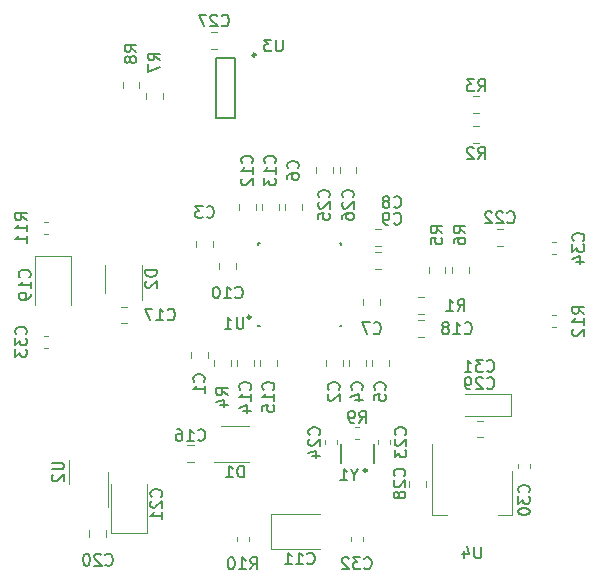
<source format=gbr>
G04 #@! TF.GenerationSoftware,KiCad,Pcbnew,(5.1.4-0-10_14)*
G04 #@! TF.CreationDate,2020-12-07T20:11:59-03:00*
G04 #@! TF.ProjectId,hub_usb_sd,6875625f-7573-4625-9f73-642e6b696361,1.0*
G04 #@! TF.SameCoordinates,Original*
G04 #@! TF.FileFunction,Legend,Bot*
G04 #@! TF.FilePolarity,Positive*
%FSLAX46Y46*%
G04 Gerber Fmt 4.6, Leading zero omitted, Abs format (unit mm)*
G04 Created by KiCad (PCBNEW (5.1.4-0-10_14)) date 2020-12-07 20:11:59*
%MOMM*%
%LPD*%
G04 APERTURE LIST*
%ADD10C,0.150000*%
%ADD11C,0.250000*%
%ADD12C,0.120000*%
%ADD13C,0.249999*%
G04 APERTURE END LIST*
D10*
X141500000Y-91500000D02*
X141600000Y-91500000D01*
X141500000Y-91500000D02*
X141500000Y-91600000D01*
X148500000Y-91500000D02*
X148500000Y-91600000D01*
X148500000Y-91500000D02*
X148400000Y-91500000D01*
X141500000Y-98500000D02*
X141600000Y-98500000D01*
X141500000Y-98500000D02*
X141500000Y-98400000D01*
X148500000Y-98500000D02*
X148500000Y-98400000D01*
X148500000Y-98500000D02*
X148400000Y-98500000D01*
D11*
X140835000Y-97750000D02*
G75*
G03X140835000Y-97750000I-125000J0D01*
G01*
D12*
X129049500Y-116049000D02*
X129049500Y-111839000D01*
X132069500Y-116049000D02*
X129049500Y-116049000D01*
X132069500Y-111839000D02*
X132069500Y-116049000D01*
X128730000Y-110834000D02*
X128730000Y-113834000D01*
X125490000Y-109834000D02*
X125490000Y-111834000D01*
X163016000Y-114526000D02*
X161756000Y-114526000D01*
X156196000Y-114526000D02*
X157456000Y-114526000D01*
X163016000Y-110766000D02*
X163016000Y-114526000D01*
X156196000Y-108516000D02*
X156196000Y-114526000D01*
X133418000Y-78731422D02*
X133418000Y-79248578D01*
X131998000Y-78731422D02*
X131998000Y-79248578D01*
D13*
X141258001Y-75549999D02*
G75*
G03X141258001Y-75549999I-125001J0D01*
G01*
D10*
X139483001Y-80905000D02*
X137882999Y-80905000D01*
X139483001Y-75805000D02*
X137882999Y-75805000D01*
X137882999Y-80905000D02*
X137882999Y-75805000D01*
X139483001Y-80905000D02*
X139483001Y-75805000D01*
D12*
X138192000Y-93165422D02*
X138192000Y-93682578D01*
X139612000Y-93165422D02*
X139612000Y-93682578D01*
X136239430Y-91807578D02*
X136239430Y-91290422D01*
X137659430Y-91807578D02*
X137659430Y-91290422D01*
X159683922Y-79010000D02*
X160201078Y-79010000D01*
X159683922Y-80430000D02*
X160201078Y-80430000D01*
X155543078Y-96066000D02*
X155025922Y-96066000D01*
X155543078Y-97486000D02*
X155025922Y-97486000D01*
X139148000Y-101861578D02*
X139148000Y-101344422D01*
X137728000Y-101861578D02*
X137728000Y-101344422D01*
X151641000Y-108513279D02*
X151641000Y-108187721D01*
X152661000Y-108513279D02*
X152661000Y-108187721D01*
X135775000Y-101194078D02*
X135775000Y-100676922D01*
X137195000Y-101194078D02*
X137195000Y-100676922D01*
X147222000Y-101861578D02*
X147222000Y-101344422D01*
X148642000Y-101861578D02*
X148642000Y-101344422D01*
X149175000Y-101861578D02*
X149175000Y-101344422D01*
X150595000Y-101861578D02*
X150595000Y-101344422D01*
X152548000Y-101861578D02*
X152548000Y-101344422D01*
X151128000Y-101861578D02*
X151128000Y-101344422D01*
X143764500Y-88138922D02*
X143764500Y-88656078D01*
X145184500Y-88138922D02*
X145184500Y-88656078D01*
X151808000Y-96225922D02*
X151808000Y-96743078D01*
X150388000Y-96225922D02*
X150388000Y-96743078D01*
X151861078Y-91709000D02*
X151343922Y-91709000D01*
X151861078Y-90289000D02*
X151343922Y-90289000D01*
X151861078Y-92240000D02*
X151343922Y-92240000D01*
X151861078Y-93660000D02*
X151343922Y-93660000D01*
X146750000Y-117395000D02*
X142540000Y-117395000D01*
X142540000Y-117395000D02*
X142540000Y-114375000D01*
X142540000Y-114375000D02*
X146750000Y-114375000D01*
X141284000Y-88138922D02*
X141284000Y-88656078D01*
X139864000Y-88138922D02*
X139864000Y-88656078D01*
X141814500Y-88138922D02*
X141814500Y-88656078D01*
X143234500Y-88138922D02*
X143234500Y-88656078D01*
X141105000Y-101861578D02*
X141105000Y-101344422D01*
X139685000Y-101861578D02*
X139685000Y-101344422D01*
X141643000Y-101861578D02*
X141643000Y-101344422D01*
X143063000Y-101861578D02*
X143063000Y-101344422D01*
X135492422Y-108579000D02*
X136009578Y-108579000D01*
X135492422Y-109999000D02*
X136009578Y-109999000D01*
X129831422Y-98279000D02*
X130348578Y-98279000D01*
X129831422Y-96859000D02*
X130348578Y-96859000D01*
X155543078Y-98026000D02*
X155025922Y-98026000D01*
X155543078Y-99446000D02*
X155025922Y-99446000D01*
X125625000Y-92540000D02*
X125625000Y-96750000D01*
X122605000Y-92540000D02*
X125625000Y-92540000D01*
X122605000Y-96750000D02*
X122605000Y-92540000D01*
X128620000Y-116322578D02*
X128620000Y-115805422D01*
X127200000Y-116322578D02*
X127200000Y-115805422D01*
X162206078Y-91710000D02*
X161688922Y-91710000D01*
X162206078Y-90290000D02*
X161688922Y-90290000D01*
X148130000Y-108513279D02*
X148130000Y-108187721D01*
X147110000Y-108513279D02*
X147110000Y-108187721D01*
X146365785Y-84995922D02*
X146365785Y-85513078D01*
X147785785Y-84995922D02*
X147785785Y-85513078D01*
X149805142Y-84995922D02*
X149805142Y-85513078D01*
X148385142Y-84995922D02*
X148385142Y-85513078D01*
X138004078Y-73618000D02*
X137486922Y-73618000D01*
X138004078Y-75038000D02*
X137486922Y-75038000D01*
X154293000Y-112097578D02*
X154293000Y-111580422D01*
X155713000Y-112097578D02*
X155713000Y-111580422D01*
X159972422Y-106500000D02*
X160489578Y-106500000D01*
X159972422Y-107920000D02*
X160489578Y-107920000D01*
X162917000Y-106145000D02*
X159007000Y-106145000D01*
X162917000Y-104275000D02*
X162917000Y-106145000D01*
X159007000Y-104275000D02*
X162917000Y-104275000D01*
X159683922Y-81550000D02*
X160201078Y-81550000D01*
X159683922Y-82970000D02*
X160201078Y-82970000D01*
X157343000Y-93491422D02*
X157343000Y-94008578D01*
X155923000Y-93491422D02*
X155923000Y-94008578D01*
X159296000Y-94008578D02*
X159296000Y-93491422D01*
X157876000Y-94008578D02*
X157876000Y-93491422D01*
X130014000Y-77841422D02*
X130014000Y-78358578D01*
X131434000Y-77841422D02*
X131434000Y-78358578D01*
D10*
X151306000Y-108526000D02*
X151306000Y-110126000D01*
X148456000Y-108526000D02*
X148456000Y-110126000D01*
D11*
X150681000Y-110726000D02*
G75*
G03X150681000Y-110726000I-125000J0D01*
G01*
D12*
X164494000Y-110550279D02*
X164494000Y-110224721D01*
X163474000Y-110550279D02*
X163474000Y-110224721D01*
X149718221Y-108073000D02*
X150043779Y-108073000D01*
X149718221Y-107053000D02*
X150043779Y-107053000D01*
X140732000Y-110039000D02*
X137782000Y-110039000D01*
X138332000Y-106939000D02*
X140732000Y-106939000D01*
X131640000Y-93316000D02*
X131640000Y-96266000D01*
X128540000Y-95716000D02*
X128540000Y-93316000D01*
X166670279Y-91396000D02*
X166344721Y-91396000D01*
X166670279Y-92416000D02*
X166344721Y-92416000D01*
X123329721Y-100335000D02*
X123655279Y-100335000D01*
X123329721Y-99315000D02*
X123655279Y-99315000D01*
X149314000Y-116670279D02*
X149314000Y-116344721D01*
X150334000Y-116670279D02*
X150334000Y-116344721D01*
X140685000Y-116670279D02*
X140685000Y-116344721D01*
X139665000Y-116670279D02*
X139665000Y-116344721D01*
X123329721Y-89665000D02*
X123655279Y-89665000D01*
X123329721Y-90685000D02*
X123655279Y-90685000D01*
X166670279Y-97585000D02*
X166344721Y-97585000D01*
X166670279Y-98605000D02*
X166344721Y-98605000D01*
D10*
X140222404Y-97740380D02*
X140222404Y-98549904D01*
X140174785Y-98645142D01*
X140127166Y-98692761D01*
X140031928Y-98740380D01*
X139841452Y-98740380D01*
X139746214Y-98692761D01*
X139698595Y-98645142D01*
X139650976Y-98549904D01*
X139650976Y-97740380D01*
X138650976Y-98740380D02*
X139222404Y-98740380D01*
X138936690Y-98740380D02*
X138936690Y-97740380D01*
X139031928Y-97883238D01*
X139127166Y-97978476D01*
X139222404Y-98026095D01*
X133266642Y-112946142D02*
X133314261Y-112898523D01*
X133361880Y-112755666D01*
X133361880Y-112660428D01*
X133314261Y-112517571D01*
X133219023Y-112422333D01*
X133123785Y-112374714D01*
X132933309Y-112327095D01*
X132790452Y-112327095D01*
X132599976Y-112374714D01*
X132504738Y-112422333D01*
X132409500Y-112517571D01*
X132361880Y-112660428D01*
X132361880Y-112755666D01*
X132409500Y-112898523D01*
X132457119Y-112946142D01*
X132457119Y-113327095D02*
X132409500Y-113374714D01*
X132361880Y-113469952D01*
X132361880Y-113708047D01*
X132409500Y-113803285D01*
X132457119Y-113850904D01*
X132552357Y-113898523D01*
X132647595Y-113898523D01*
X132790452Y-113850904D01*
X133361880Y-113279476D01*
X133361880Y-113898523D01*
X133361880Y-114850904D02*
X133361880Y-114279476D01*
X133361880Y-114565190D02*
X132361880Y-114565190D01*
X132504738Y-114469952D01*
X132599976Y-114374714D01*
X132647595Y-114279476D01*
X124018380Y-110072095D02*
X124827904Y-110072095D01*
X124923142Y-110119714D01*
X124970761Y-110167333D01*
X125018380Y-110262571D01*
X125018380Y-110453047D01*
X124970761Y-110548285D01*
X124923142Y-110595904D01*
X124827904Y-110643523D01*
X124018380Y-110643523D01*
X124113619Y-111072095D02*
X124066000Y-111119714D01*
X124018380Y-111214952D01*
X124018380Y-111453047D01*
X124066000Y-111548285D01*
X124113619Y-111595904D01*
X124208857Y-111643523D01*
X124304095Y-111643523D01*
X124446952Y-111595904D01*
X125018380Y-111024476D01*
X125018380Y-111643523D01*
X160367904Y-117175380D02*
X160367904Y-117984904D01*
X160320285Y-118080142D01*
X160272666Y-118127761D01*
X160177428Y-118175380D01*
X159986952Y-118175380D01*
X159891714Y-118127761D01*
X159844095Y-118080142D01*
X159796476Y-117984904D01*
X159796476Y-117175380D01*
X158891714Y-117508714D02*
X158891714Y-118175380D01*
X159129809Y-117127761D02*
X159367904Y-117842047D01*
X158748857Y-117842047D01*
X133163380Y-76014333D02*
X132687190Y-75681000D01*
X133163380Y-75442904D02*
X132163380Y-75442904D01*
X132163380Y-75823857D01*
X132211000Y-75919095D01*
X132258619Y-75966714D01*
X132353857Y-76014333D01*
X132496714Y-76014333D01*
X132591952Y-75966714D01*
X132639571Y-75919095D01*
X132687190Y-75823857D01*
X132687190Y-75442904D01*
X132163380Y-76347666D02*
X132163380Y-77014333D01*
X133163380Y-76585761D01*
X143547403Y-74257381D02*
X143547403Y-75066905D01*
X143499784Y-75162143D01*
X143452165Y-75209762D01*
X143356927Y-75257381D01*
X143166451Y-75257381D01*
X143071213Y-75209762D01*
X143023594Y-75162143D01*
X142975975Y-75066905D01*
X142975975Y-74257381D01*
X142595022Y-74257381D02*
X141975975Y-74257381D01*
X142309308Y-74638334D01*
X142166451Y-74638334D01*
X142071213Y-74685953D01*
X142023594Y-74733572D01*
X141975975Y-74828810D01*
X141975975Y-75066905D01*
X142023594Y-75162143D01*
X142071213Y-75209762D01*
X142166451Y-75257381D01*
X142452165Y-75257381D01*
X142547403Y-75209762D01*
X142595022Y-75162143D01*
X139548857Y-96061142D02*
X139596476Y-96108761D01*
X139739333Y-96156380D01*
X139834571Y-96156380D01*
X139977428Y-96108761D01*
X140072666Y-96013523D01*
X140120285Y-95918285D01*
X140167904Y-95727809D01*
X140167904Y-95584952D01*
X140120285Y-95394476D01*
X140072666Y-95299238D01*
X139977428Y-95204000D01*
X139834571Y-95156380D01*
X139739333Y-95156380D01*
X139596476Y-95204000D01*
X139548857Y-95251619D01*
X138596476Y-96156380D02*
X139167904Y-96156380D01*
X138882190Y-96156380D02*
X138882190Y-95156380D01*
X138977428Y-95299238D01*
X139072666Y-95394476D01*
X139167904Y-95442095D01*
X137977428Y-95156380D02*
X137882190Y-95156380D01*
X137786952Y-95204000D01*
X137739333Y-95251619D01*
X137691714Y-95346857D01*
X137644095Y-95537333D01*
X137644095Y-95775428D01*
X137691714Y-95965904D01*
X137739333Y-96061142D01*
X137786952Y-96108761D01*
X137882190Y-96156380D01*
X137977428Y-96156380D01*
X138072666Y-96108761D01*
X138120285Y-96061142D01*
X138167904Y-95965904D01*
X138215523Y-95775428D01*
X138215523Y-95537333D01*
X138167904Y-95346857D01*
X138120285Y-95251619D01*
X138072666Y-95204000D01*
X137977428Y-95156380D01*
X137122666Y-89249142D02*
X137170285Y-89296761D01*
X137313142Y-89344380D01*
X137408380Y-89344380D01*
X137551238Y-89296761D01*
X137646476Y-89201523D01*
X137694095Y-89106285D01*
X137741714Y-88915809D01*
X137741714Y-88772952D01*
X137694095Y-88582476D01*
X137646476Y-88487238D01*
X137551238Y-88392000D01*
X137408380Y-88344380D01*
X137313142Y-88344380D01*
X137170285Y-88392000D01*
X137122666Y-88439619D01*
X136789333Y-88344380D02*
X136170285Y-88344380D01*
X136503619Y-88725333D01*
X136360761Y-88725333D01*
X136265523Y-88772952D01*
X136217904Y-88820571D01*
X136170285Y-88915809D01*
X136170285Y-89153904D01*
X136217904Y-89249142D01*
X136265523Y-89296761D01*
X136360761Y-89344380D01*
X136646476Y-89344380D01*
X136741714Y-89296761D01*
X136789333Y-89249142D01*
X160109166Y-78627380D02*
X160442500Y-78151190D01*
X160680595Y-78627380D02*
X160680595Y-77627380D01*
X160299642Y-77627380D01*
X160204404Y-77675000D01*
X160156785Y-77722619D01*
X160109166Y-77817857D01*
X160109166Y-77960714D01*
X160156785Y-78055952D01*
X160204404Y-78103571D01*
X160299642Y-78151190D01*
X160680595Y-78151190D01*
X159775833Y-77627380D02*
X159156785Y-77627380D01*
X159490119Y-78008333D01*
X159347261Y-78008333D01*
X159252023Y-78055952D01*
X159204404Y-78103571D01*
X159156785Y-78198809D01*
X159156785Y-78436904D01*
X159204404Y-78532142D01*
X159252023Y-78579761D01*
X159347261Y-78627380D01*
X159632976Y-78627380D01*
X159728214Y-78579761D01*
X159775833Y-78532142D01*
X158363666Y-97232380D02*
X158697000Y-96756190D01*
X158935095Y-97232380D02*
X158935095Y-96232380D01*
X158554142Y-96232380D01*
X158458904Y-96280000D01*
X158411285Y-96327619D01*
X158363666Y-96422857D01*
X158363666Y-96565714D01*
X158411285Y-96660952D01*
X158458904Y-96708571D01*
X158554142Y-96756190D01*
X158935095Y-96756190D01*
X157411285Y-97232380D02*
X157982714Y-97232380D01*
X157697000Y-97232380D02*
X157697000Y-96232380D01*
X157792238Y-96375238D01*
X157887476Y-96470476D01*
X157982714Y-96518095D01*
X138935380Y-104351333D02*
X138459190Y-104018000D01*
X138935380Y-103779904D02*
X137935380Y-103779904D01*
X137935380Y-104160857D01*
X137983000Y-104256095D01*
X138030619Y-104303714D01*
X138125857Y-104351333D01*
X138268714Y-104351333D01*
X138363952Y-104303714D01*
X138411571Y-104256095D01*
X138459190Y-104160857D01*
X138459190Y-103779904D01*
X138268714Y-105208476D02*
X138935380Y-105208476D01*
X137887761Y-104970380D02*
X138602047Y-104732285D01*
X138602047Y-105351333D01*
X153938142Y-107707642D02*
X153985761Y-107660023D01*
X154033380Y-107517166D01*
X154033380Y-107421928D01*
X153985761Y-107279071D01*
X153890523Y-107183833D01*
X153795285Y-107136214D01*
X153604809Y-107088595D01*
X153461952Y-107088595D01*
X153271476Y-107136214D01*
X153176238Y-107183833D01*
X153081000Y-107279071D01*
X153033380Y-107421928D01*
X153033380Y-107517166D01*
X153081000Y-107660023D01*
X153128619Y-107707642D01*
X153128619Y-108088595D02*
X153081000Y-108136214D01*
X153033380Y-108231452D01*
X153033380Y-108469547D01*
X153081000Y-108564785D01*
X153128619Y-108612404D01*
X153223857Y-108660023D01*
X153319095Y-108660023D01*
X153461952Y-108612404D01*
X154033380Y-108040976D01*
X154033380Y-108660023D01*
X153033380Y-108993357D02*
X153033380Y-109612404D01*
X153414333Y-109279071D01*
X153414333Y-109421928D01*
X153461952Y-109517166D01*
X153509571Y-109564785D01*
X153604809Y-109612404D01*
X153842904Y-109612404D01*
X153938142Y-109564785D01*
X153985761Y-109517166D01*
X154033380Y-109421928D01*
X154033380Y-109136214D01*
X153985761Y-109040976D01*
X153938142Y-108993357D01*
X136884142Y-103207333D02*
X136931761Y-103159714D01*
X136979380Y-103016857D01*
X136979380Y-102921619D01*
X136931761Y-102778761D01*
X136836523Y-102683523D01*
X136741285Y-102635904D01*
X136550809Y-102588285D01*
X136407952Y-102588285D01*
X136217476Y-102635904D01*
X136122238Y-102683523D01*
X136027000Y-102778761D01*
X135979380Y-102921619D01*
X135979380Y-103016857D01*
X136027000Y-103159714D01*
X136074619Y-103207333D01*
X136979380Y-104159714D02*
X136979380Y-103588285D01*
X136979380Y-103874000D02*
X135979380Y-103874000D01*
X136122238Y-103778761D01*
X136217476Y-103683523D01*
X136265095Y-103588285D01*
X148291142Y-103885333D02*
X148338761Y-103837714D01*
X148386380Y-103694857D01*
X148386380Y-103599619D01*
X148338761Y-103456761D01*
X148243523Y-103361523D01*
X148148285Y-103313904D01*
X147957809Y-103266285D01*
X147814952Y-103266285D01*
X147624476Y-103313904D01*
X147529238Y-103361523D01*
X147434000Y-103456761D01*
X147386380Y-103599619D01*
X147386380Y-103694857D01*
X147434000Y-103837714D01*
X147481619Y-103885333D01*
X147481619Y-104266285D02*
X147434000Y-104313904D01*
X147386380Y-104409142D01*
X147386380Y-104647238D01*
X147434000Y-104742476D01*
X147481619Y-104790095D01*
X147576857Y-104837714D01*
X147672095Y-104837714D01*
X147814952Y-104790095D01*
X148386380Y-104218666D01*
X148386380Y-104837714D01*
X150244142Y-103885333D02*
X150291761Y-103837714D01*
X150339380Y-103694857D01*
X150339380Y-103599619D01*
X150291761Y-103456761D01*
X150196523Y-103361523D01*
X150101285Y-103313904D01*
X149910809Y-103266285D01*
X149767952Y-103266285D01*
X149577476Y-103313904D01*
X149482238Y-103361523D01*
X149387000Y-103456761D01*
X149339380Y-103599619D01*
X149339380Y-103694857D01*
X149387000Y-103837714D01*
X149434619Y-103885333D01*
X149672714Y-104742476D02*
X150339380Y-104742476D01*
X149291761Y-104504380D02*
X150006047Y-104266285D01*
X150006047Y-104885333D01*
X152197142Y-103885333D02*
X152244761Y-103837714D01*
X152292380Y-103694857D01*
X152292380Y-103599619D01*
X152244761Y-103456761D01*
X152149523Y-103361523D01*
X152054285Y-103313904D01*
X151863809Y-103266285D01*
X151720952Y-103266285D01*
X151530476Y-103313904D01*
X151435238Y-103361523D01*
X151340000Y-103456761D01*
X151292380Y-103599619D01*
X151292380Y-103694857D01*
X151340000Y-103837714D01*
X151387619Y-103885333D01*
X151292380Y-104790095D02*
X151292380Y-104313904D01*
X151768571Y-104266285D01*
X151720952Y-104313904D01*
X151673333Y-104409142D01*
X151673333Y-104647238D01*
X151720952Y-104742476D01*
X151768571Y-104790095D01*
X151863809Y-104837714D01*
X152101904Y-104837714D01*
X152197142Y-104790095D01*
X152244761Y-104742476D01*
X152292380Y-104647238D01*
X152292380Y-104409142D01*
X152244761Y-104313904D01*
X152197142Y-104266285D01*
X144842642Y-85162833D02*
X144890261Y-85115214D01*
X144937880Y-84972357D01*
X144937880Y-84877119D01*
X144890261Y-84734261D01*
X144795023Y-84639023D01*
X144699785Y-84591404D01*
X144509309Y-84543785D01*
X144366452Y-84543785D01*
X144175976Y-84591404D01*
X144080738Y-84639023D01*
X143985500Y-84734261D01*
X143937880Y-84877119D01*
X143937880Y-84972357D01*
X143985500Y-85115214D01*
X144033119Y-85162833D01*
X143937880Y-86019976D02*
X143937880Y-85829500D01*
X143985500Y-85734261D01*
X144033119Y-85686642D01*
X144175976Y-85591404D01*
X144366452Y-85543785D01*
X144747404Y-85543785D01*
X144842642Y-85591404D01*
X144890261Y-85639023D01*
X144937880Y-85734261D01*
X144937880Y-85924738D01*
X144890261Y-86019976D01*
X144842642Y-86067595D01*
X144747404Y-86115214D01*
X144509309Y-86115214D01*
X144414071Y-86067595D01*
X144366452Y-86019976D01*
X144318833Y-85924738D01*
X144318833Y-85734261D01*
X144366452Y-85639023D01*
X144414071Y-85591404D01*
X144509309Y-85543785D01*
X151266666Y-99088142D02*
X151314285Y-99135761D01*
X151457142Y-99183380D01*
X151552380Y-99183380D01*
X151695238Y-99135761D01*
X151790476Y-99040523D01*
X151838095Y-98945285D01*
X151885714Y-98754809D01*
X151885714Y-98611952D01*
X151838095Y-98421476D01*
X151790476Y-98326238D01*
X151695238Y-98231000D01*
X151552380Y-98183380D01*
X151457142Y-98183380D01*
X151314285Y-98231000D01*
X151266666Y-98278619D01*
X150933333Y-98183380D02*
X150266666Y-98183380D01*
X150695238Y-99183380D01*
X152980666Y-88408142D02*
X153028285Y-88455761D01*
X153171142Y-88503380D01*
X153266380Y-88503380D01*
X153409238Y-88455761D01*
X153504476Y-88360523D01*
X153552095Y-88265285D01*
X153599714Y-88074809D01*
X153599714Y-87931952D01*
X153552095Y-87741476D01*
X153504476Y-87646238D01*
X153409238Y-87551000D01*
X153266380Y-87503380D01*
X153171142Y-87503380D01*
X153028285Y-87551000D01*
X152980666Y-87598619D01*
X152409238Y-87931952D02*
X152504476Y-87884333D01*
X152552095Y-87836714D01*
X152599714Y-87741476D01*
X152599714Y-87693857D01*
X152552095Y-87598619D01*
X152504476Y-87551000D01*
X152409238Y-87503380D01*
X152218761Y-87503380D01*
X152123523Y-87551000D01*
X152075904Y-87598619D01*
X152028285Y-87693857D01*
X152028285Y-87741476D01*
X152075904Y-87836714D01*
X152123523Y-87884333D01*
X152218761Y-87931952D01*
X152409238Y-87931952D01*
X152504476Y-87979571D01*
X152552095Y-88027190D01*
X152599714Y-88122428D01*
X152599714Y-88312904D01*
X152552095Y-88408142D01*
X152504476Y-88455761D01*
X152409238Y-88503380D01*
X152218761Y-88503380D01*
X152123523Y-88455761D01*
X152075904Y-88408142D01*
X152028285Y-88312904D01*
X152028285Y-88122428D01*
X152075904Y-88027190D01*
X152123523Y-87979571D01*
X152218761Y-87931952D01*
X152980666Y-89815142D02*
X153028285Y-89862761D01*
X153171142Y-89910380D01*
X153266380Y-89910380D01*
X153409238Y-89862761D01*
X153504476Y-89767523D01*
X153552095Y-89672285D01*
X153599714Y-89481809D01*
X153599714Y-89338952D01*
X153552095Y-89148476D01*
X153504476Y-89053238D01*
X153409238Y-88958000D01*
X153266380Y-88910380D01*
X153171142Y-88910380D01*
X153028285Y-88958000D01*
X152980666Y-89005619D01*
X152504476Y-89910380D02*
X152314000Y-89910380D01*
X152218761Y-89862761D01*
X152171142Y-89815142D01*
X152075904Y-89672285D01*
X152028285Y-89481809D01*
X152028285Y-89100857D01*
X152075904Y-89005619D01*
X152123523Y-88958000D01*
X152218761Y-88910380D01*
X152409238Y-88910380D01*
X152504476Y-88958000D01*
X152552095Y-89005619D01*
X152599714Y-89100857D01*
X152599714Y-89338952D01*
X152552095Y-89434190D01*
X152504476Y-89481809D01*
X152409238Y-89529428D01*
X152218761Y-89529428D01*
X152123523Y-89481809D01*
X152075904Y-89434190D01*
X152028285Y-89338952D01*
X145642857Y-118592142D02*
X145690476Y-118639761D01*
X145833333Y-118687380D01*
X145928571Y-118687380D01*
X146071428Y-118639761D01*
X146166666Y-118544523D01*
X146214285Y-118449285D01*
X146261904Y-118258809D01*
X146261904Y-118115952D01*
X146214285Y-117925476D01*
X146166666Y-117830238D01*
X146071428Y-117735000D01*
X145928571Y-117687380D01*
X145833333Y-117687380D01*
X145690476Y-117735000D01*
X145642857Y-117782619D01*
X144690476Y-118687380D02*
X145261904Y-118687380D01*
X144976190Y-118687380D02*
X144976190Y-117687380D01*
X145071428Y-117830238D01*
X145166666Y-117925476D01*
X145261904Y-117973095D01*
X143738095Y-118687380D02*
X144309523Y-118687380D01*
X144023809Y-118687380D02*
X144023809Y-117687380D01*
X144119047Y-117830238D01*
X144214285Y-117925476D01*
X144309523Y-117973095D01*
X140942142Y-84686642D02*
X140989761Y-84639023D01*
X141037380Y-84496166D01*
X141037380Y-84400928D01*
X140989761Y-84258071D01*
X140894523Y-84162833D01*
X140799285Y-84115214D01*
X140608809Y-84067595D01*
X140465952Y-84067595D01*
X140275476Y-84115214D01*
X140180238Y-84162833D01*
X140085000Y-84258071D01*
X140037380Y-84400928D01*
X140037380Y-84496166D01*
X140085000Y-84639023D01*
X140132619Y-84686642D01*
X141037380Y-85639023D02*
X141037380Y-85067595D01*
X141037380Y-85353309D02*
X140037380Y-85353309D01*
X140180238Y-85258071D01*
X140275476Y-85162833D01*
X140323095Y-85067595D01*
X140132619Y-86019976D02*
X140085000Y-86067595D01*
X140037380Y-86162833D01*
X140037380Y-86400928D01*
X140085000Y-86496166D01*
X140132619Y-86543785D01*
X140227857Y-86591404D01*
X140323095Y-86591404D01*
X140465952Y-86543785D01*
X141037380Y-85972357D01*
X141037380Y-86591404D01*
X142892642Y-84686642D02*
X142940261Y-84639023D01*
X142987880Y-84496166D01*
X142987880Y-84400928D01*
X142940261Y-84258071D01*
X142845023Y-84162833D01*
X142749785Y-84115214D01*
X142559309Y-84067595D01*
X142416452Y-84067595D01*
X142225976Y-84115214D01*
X142130738Y-84162833D01*
X142035500Y-84258071D01*
X141987880Y-84400928D01*
X141987880Y-84496166D01*
X142035500Y-84639023D01*
X142083119Y-84686642D01*
X142987880Y-85639023D02*
X142987880Y-85067595D01*
X142987880Y-85353309D02*
X141987880Y-85353309D01*
X142130738Y-85258071D01*
X142225976Y-85162833D01*
X142273595Y-85067595D01*
X141987880Y-85972357D02*
X141987880Y-86591404D01*
X142368833Y-86258071D01*
X142368833Y-86400928D01*
X142416452Y-86496166D01*
X142464071Y-86543785D01*
X142559309Y-86591404D01*
X142797404Y-86591404D01*
X142892642Y-86543785D01*
X142940261Y-86496166D01*
X142987880Y-86400928D01*
X142987880Y-86115214D01*
X142940261Y-86019976D01*
X142892642Y-85972357D01*
X140797142Y-103875142D02*
X140844761Y-103827523D01*
X140892380Y-103684666D01*
X140892380Y-103589428D01*
X140844761Y-103446571D01*
X140749523Y-103351333D01*
X140654285Y-103303714D01*
X140463809Y-103256095D01*
X140320952Y-103256095D01*
X140130476Y-103303714D01*
X140035238Y-103351333D01*
X139940000Y-103446571D01*
X139892380Y-103589428D01*
X139892380Y-103684666D01*
X139940000Y-103827523D01*
X139987619Y-103875142D01*
X140892380Y-104827523D02*
X140892380Y-104256095D01*
X140892380Y-104541809D02*
X139892380Y-104541809D01*
X140035238Y-104446571D01*
X140130476Y-104351333D01*
X140178095Y-104256095D01*
X140225714Y-105684666D02*
X140892380Y-105684666D01*
X139844761Y-105446571D02*
X140559047Y-105208476D01*
X140559047Y-105827523D01*
X142755142Y-103875142D02*
X142802761Y-103827523D01*
X142850380Y-103684666D01*
X142850380Y-103589428D01*
X142802761Y-103446571D01*
X142707523Y-103351333D01*
X142612285Y-103303714D01*
X142421809Y-103256095D01*
X142278952Y-103256095D01*
X142088476Y-103303714D01*
X141993238Y-103351333D01*
X141898000Y-103446571D01*
X141850380Y-103589428D01*
X141850380Y-103684666D01*
X141898000Y-103827523D01*
X141945619Y-103875142D01*
X142850380Y-104827523D02*
X142850380Y-104256095D01*
X142850380Y-104541809D02*
X141850380Y-104541809D01*
X141993238Y-104446571D01*
X142088476Y-104351333D01*
X142136095Y-104256095D01*
X141850380Y-105732285D02*
X141850380Y-105256095D01*
X142326571Y-105208476D01*
X142278952Y-105256095D01*
X142231333Y-105351333D01*
X142231333Y-105589428D01*
X142278952Y-105684666D01*
X142326571Y-105732285D01*
X142421809Y-105779904D01*
X142659904Y-105779904D01*
X142755142Y-105732285D01*
X142802761Y-105684666D01*
X142850380Y-105589428D01*
X142850380Y-105351333D01*
X142802761Y-105256095D01*
X142755142Y-105208476D01*
X136393857Y-108143142D02*
X136441476Y-108190761D01*
X136584333Y-108238380D01*
X136679571Y-108238380D01*
X136822428Y-108190761D01*
X136917666Y-108095523D01*
X136965285Y-108000285D01*
X137012904Y-107809809D01*
X137012904Y-107666952D01*
X136965285Y-107476476D01*
X136917666Y-107381238D01*
X136822428Y-107286000D01*
X136679571Y-107238380D01*
X136584333Y-107238380D01*
X136441476Y-107286000D01*
X136393857Y-107333619D01*
X135441476Y-108238380D02*
X136012904Y-108238380D01*
X135727190Y-108238380D02*
X135727190Y-107238380D01*
X135822428Y-107381238D01*
X135917666Y-107476476D01*
X136012904Y-107524095D01*
X134584333Y-107238380D02*
X134774809Y-107238380D01*
X134870047Y-107286000D01*
X134917666Y-107333619D01*
X135012904Y-107476476D01*
X135060523Y-107666952D01*
X135060523Y-108047904D01*
X135012904Y-108143142D01*
X134965285Y-108190761D01*
X134870047Y-108238380D01*
X134679571Y-108238380D01*
X134584333Y-108190761D01*
X134536714Y-108143142D01*
X134489095Y-108047904D01*
X134489095Y-107809809D01*
X134536714Y-107714571D01*
X134584333Y-107666952D01*
X134679571Y-107619333D01*
X134870047Y-107619333D01*
X134965285Y-107666952D01*
X135012904Y-107714571D01*
X135060523Y-107809809D01*
X133821857Y-97932142D02*
X133869476Y-97979761D01*
X134012333Y-98027380D01*
X134107571Y-98027380D01*
X134250428Y-97979761D01*
X134345666Y-97884523D01*
X134393285Y-97789285D01*
X134440904Y-97598809D01*
X134440904Y-97455952D01*
X134393285Y-97265476D01*
X134345666Y-97170238D01*
X134250428Y-97075000D01*
X134107571Y-97027380D01*
X134012333Y-97027380D01*
X133869476Y-97075000D01*
X133821857Y-97122619D01*
X132869476Y-98027380D02*
X133440904Y-98027380D01*
X133155190Y-98027380D02*
X133155190Y-97027380D01*
X133250428Y-97170238D01*
X133345666Y-97265476D01*
X133440904Y-97313095D01*
X132536142Y-97027380D02*
X131869476Y-97027380D01*
X132298047Y-98027380D01*
X158970857Y-99095142D02*
X159018476Y-99142761D01*
X159161333Y-99190380D01*
X159256571Y-99190380D01*
X159399428Y-99142761D01*
X159494666Y-99047523D01*
X159542285Y-98952285D01*
X159589904Y-98761809D01*
X159589904Y-98618952D01*
X159542285Y-98428476D01*
X159494666Y-98333238D01*
X159399428Y-98238000D01*
X159256571Y-98190380D01*
X159161333Y-98190380D01*
X159018476Y-98238000D01*
X158970857Y-98285619D01*
X158018476Y-99190380D02*
X158589904Y-99190380D01*
X158304190Y-99190380D02*
X158304190Y-98190380D01*
X158399428Y-98333238D01*
X158494666Y-98428476D01*
X158589904Y-98476095D01*
X157447047Y-98618952D02*
X157542285Y-98571333D01*
X157589904Y-98523714D01*
X157637523Y-98428476D01*
X157637523Y-98380857D01*
X157589904Y-98285619D01*
X157542285Y-98238000D01*
X157447047Y-98190380D01*
X157256571Y-98190380D01*
X157161333Y-98238000D01*
X157113714Y-98285619D01*
X157066095Y-98380857D01*
X157066095Y-98428476D01*
X157113714Y-98523714D01*
X157161333Y-98571333D01*
X157256571Y-98618952D01*
X157447047Y-98618952D01*
X157542285Y-98666571D01*
X157589904Y-98714190D01*
X157637523Y-98809428D01*
X157637523Y-98999904D01*
X157589904Y-99095142D01*
X157542285Y-99142761D01*
X157447047Y-99190380D01*
X157256571Y-99190380D01*
X157161333Y-99142761D01*
X157113714Y-99095142D01*
X157066095Y-98999904D01*
X157066095Y-98809428D01*
X157113714Y-98714190D01*
X157161333Y-98666571D01*
X157256571Y-98618952D01*
X122122142Y-94357142D02*
X122169761Y-94309523D01*
X122217380Y-94166666D01*
X122217380Y-94071428D01*
X122169761Y-93928571D01*
X122074523Y-93833333D01*
X121979285Y-93785714D01*
X121788809Y-93738095D01*
X121645952Y-93738095D01*
X121455476Y-93785714D01*
X121360238Y-93833333D01*
X121265000Y-93928571D01*
X121217380Y-94071428D01*
X121217380Y-94166666D01*
X121265000Y-94309523D01*
X121312619Y-94357142D01*
X122217380Y-95309523D02*
X122217380Y-94738095D01*
X122217380Y-95023809D02*
X121217380Y-95023809D01*
X121360238Y-94928571D01*
X121455476Y-94833333D01*
X121503095Y-94738095D01*
X122217380Y-95785714D02*
X122217380Y-95976190D01*
X122169761Y-96071428D01*
X122122142Y-96119047D01*
X121979285Y-96214285D01*
X121788809Y-96261904D01*
X121407857Y-96261904D01*
X121312619Y-96214285D01*
X121265000Y-96166666D01*
X121217380Y-96071428D01*
X121217380Y-95880952D01*
X121265000Y-95785714D01*
X121312619Y-95738095D01*
X121407857Y-95690476D01*
X121645952Y-95690476D01*
X121741190Y-95738095D01*
X121788809Y-95785714D01*
X121836428Y-95880952D01*
X121836428Y-96071428D01*
X121788809Y-96166666D01*
X121741190Y-96214285D01*
X121645952Y-96261904D01*
X128552857Y-118699142D02*
X128600476Y-118746761D01*
X128743333Y-118794380D01*
X128838571Y-118794380D01*
X128981428Y-118746761D01*
X129076666Y-118651523D01*
X129124285Y-118556285D01*
X129171904Y-118365809D01*
X129171904Y-118222952D01*
X129124285Y-118032476D01*
X129076666Y-117937238D01*
X128981428Y-117842000D01*
X128838571Y-117794380D01*
X128743333Y-117794380D01*
X128600476Y-117842000D01*
X128552857Y-117889619D01*
X128171904Y-117889619D02*
X128124285Y-117842000D01*
X128029047Y-117794380D01*
X127790952Y-117794380D01*
X127695714Y-117842000D01*
X127648095Y-117889619D01*
X127600476Y-117984857D01*
X127600476Y-118080095D01*
X127648095Y-118222952D01*
X128219523Y-118794380D01*
X127600476Y-118794380D01*
X126981428Y-117794380D02*
X126886190Y-117794380D01*
X126790952Y-117842000D01*
X126743333Y-117889619D01*
X126695714Y-117984857D01*
X126648095Y-118175333D01*
X126648095Y-118413428D01*
X126695714Y-118603904D01*
X126743333Y-118699142D01*
X126790952Y-118746761D01*
X126886190Y-118794380D01*
X126981428Y-118794380D01*
X127076666Y-118746761D01*
X127124285Y-118699142D01*
X127171904Y-118603904D01*
X127219523Y-118413428D01*
X127219523Y-118175333D01*
X127171904Y-117984857D01*
X127124285Y-117889619D01*
X127076666Y-117842000D01*
X126981428Y-117794380D01*
X162590357Y-89707142D02*
X162637976Y-89754761D01*
X162780833Y-89802380D01*
X162876071Y-89802380D01*
X163018928Y-89754761D01*
X163114166Y-89659523D01*
X163161785Y-89564285D01*
X163209404Y-89373809D01*
X163209404Y-89230952D01*
X163161785Y-89040476D01*
X163114166Y-88945238D01*
X163018928Y-88850000D01*
X162876071Y-88802380D01*
X162780833Y-88802380D01*
X162637976Y-88850000D01*
X162590357Y-88897619D01*
X162209404Y-88897619D02*
X162161785Y-88850000D01*
X162066547Y-88802380D01*
X161828452Y-88802380D01*
X161733214Y-88850000D01*
X161685595Y-88897619D01*
X161637976Y-88992857D01*
X161637976Y-89088095D01*
X161685595Y-89230952D01*
X162257023Y-89802380D01*
X161637976Y-89802380D01*
X161257023Y-88897619D02*
X161209404Y-88850000D01*
X161114166Y-88802380D01*
X160876071Y-88802380D01*
X160780833Y-88850000D01*
X160733214Y-88897619D01*
X160685595Y-88992857D01*
X160685595Y-89088095D01*
X160733214Y-89230952D01*
X161304642Y-89802380D01*
X160685595Y-89802380D01*
X146646142Y-107707642D02*
X146693761Y-107660023D01*
X146741380Y-107517166D01*
X146741380Y-107421928D01*
X146693761Y-107279071D01*
X146598523Y-107183833D01*
X146503285Y-107136214D01*
X146312809Y-107088595D01*
X146169952Y-107088595D01*
X145979476Y-107136214D01*
X145884238Y-107183833D01*
X145789000Y-107279071D01*
X145741380Y-107421928D01*
X145741380Y-107517166D01*
X145789000Y-107660023D01*
X145836619Y-107707642D01*
X145836619Y-108088595D02*
X145789000Y-108136214D01*
X145741380Y-108231452D01*
X145741380Y-108469547D01*
X145789000Y-108564785D01*
X145836619Y-108612404D01*
X145931857Y-108660023D01*
X146027095Y-108660023D01*
X146169952Y-108612404D01*
X146741380Y-108040976D01*
X146741380Y-108660023D01*
X146074714Y-109517166D02*
X146741380Y-109517166D01*
X145693761Y-109279071D02*
X146408047Y-109040976D01*
X146408047Y-109660023D01*
X147461927Y-87603642D02*
X147509546Y-87556023D01*
X147557165Y-87413166D01*
X147557165Y-87317928D01*
X147509546Y-87175071D01*
X147414308Y-87079833D01*
X147319070Y-87032214D01*
X147128594Y-86984595D01*
X146985737Y-86984595D01*
X146795261Y-87032214D01*
X146700023Y-87079833D01*
X146604785Y-87175071D01*
X146557165Y-87317928D01*
X146557165Y-87413166D01*
X146604785Y-87556023D01*
X146652404Y-87603642D01*
X146652404Y-87984595D02*
X146604785Y-88032214D01*
X146557165Y-88127452D01*
X146557165Y-88365547D01*
X146604785Y-88460785D01*
X146652404Y-88508404D01*
X146747642Y-88556023D01*
X146842880Y-88556023D01*
X146985737Y-88508404D01*
X147557165Y-87936976D01*
X147557165Y-88556023D01*
X146557165Y-89460785D02*
X146557165Y-88984595D01*
X147033356Y-88936976D01*
X146985737Y-88984595D01*
X146938118Y-89079833D01*
X146938118Y-89317928D01*
X146985737Y-89413166D01*
X147033356Y-89460785D01*
X147128594Y-89508404D01*
X147366689Y-89508404D01*
X147461927Y-89460785D01*
X147509546Y-89413166D01*
X147557165Y-89317928D01*
X147557165Y-89079833D01*
X147509546Y-88984595D01*
X147461927Y-88936976D01*
X149481284Y-87603642D02*
X149528903Y-87556023D01*
X149576522Y-87413166D01*
X149576522Y-87317928D01*
X149528903Y-87175071D01*
X149433665Y-87079833D01*
X149338427Y-87032214D01*
X149147951Y-86984595D01*
X149005094Y-86984595D01*
X148814618Y-87032214D01*
X148719380Y-87079833D01*
X148624142Y-87175071D01*
X148576522Y-87317928D01*
X148576522Y-87413166D01*
X148624142Y-87556023D01*
X148671761Y-87603642D01*
X148671761Y-87984595D02*
X148624142Y-88032214D01*
X148576522Y-88127452D01*
X148576522Y-88365547D01*
X148624142Y-88460785D01*
X148671761Y-88508404D01*
X148766999Y-88556023D01*
X148862237Y-88556023D01*
X149005094Y-88508404D01*
X149576522Y-87936976D01*
X149576522Y-88556023D01*
X148576522Y-89413166D02*
X148576522Y-89222690D01*
X148624142Y-89127452D01*
X148671761Y-89079833D01*
X148814618Y-88984595D01*
X149005094Y-88936976D01*
X149386046Y-88936976D01*
X149481284Y-88984595D01*
X149528903Y-89032214D01*
X149576522Y-89127452D01*
X149576522Y-89317928D01*
X149528903Y-89413166D01*
X149481284Y-89460785D01*
X149386046Y-89508404D01*
X149147951Y-89508404D01*
X149052713Y-89460785D01*
X149005094Y-89413166D01*
X148957475Y-89317928D01*
X148957475Y-89127452D01*
X149005094Y-89032214D01*
X149052713Y-88984595D01*
X149147951Y-88936976D01*
X138388357Y-73035142D02*
X138435976Y-73082761D01*
X138578833Y-73130380D01*
X138674071Y-73130380D01*
X138816928Y-73082761D01*
X138912166Y-72987523D01*
X138959785Y-72892285D01*
X139007404Y-72701809D01*
X139007404Y-72558952D01*
X138959785Y-72368476D01*
X138912166Y-72273238D01*
X138816928Y-72178000D01*
X138674071Y-72130380D01*
X138578833Y-72130380D01*
X138435976Y-72178000D01*
X138388357Y-72225619D01*
X138007404Y-72225619D02*
X137959785Y-72178000D01*
X137864547Y-72130380D01*
X137626452Y-72130380D01*
X137531214Y-72178000D01*
X137483595Y-72225619D01*
X137435976Y-72320857D01*
X137435976Y-72416095D01*
X137483595Y-72558952D01*
X138055023Y-73130380D01*
X137435976Y-73130380D01*
X137102642Y-72130380D02*
X136435976Y-72130380D01*
X136864547Y-73130380D01*
X153855142Y-111196142D02*
X153902761Y-111148523D01*
X153950380Y-111005666D01*
X153950380Y-110910428D01*
X153902761Y-110767571D01*
X153807523Y-110672333D01*
X153712285Y-110624714D01*
X153521809Y-110577095D01*
X153378952Y-110577095D01*
X153188476Y-110624714D01*
X153093238Y-110672333D01*
X152998000Y-110767571D01*
X152950380Y-110910428D01*
X152950380Y-111005666D01*
X152998000Y-111148523D01*
X153045619Y-111196142D01*
X153045619Y-111577095D02*
X152998000Y-111624714D01*
X152950380Y-111719952D01*
X152950380Y-111958047D01*
X152998000Y-112053285D01*
X153045619Y-112100904D01*
X153140857Y-112148523D01*
X153236095Y-112148523D01*
X153378952Y-112100904D01*
X153950380Y-111529476D01*
X153950380Y-112148523D01*
X153378952Y-112719952D02*
X153331333Y-112624714D01*
X153283714Y-112577095D01*
X153188476Y-112529476D01*
X153140857Y-112529476D01*
X153045619Y-112577095D01*
X152998000Y-112624714D01*
X152950380Y-112719952D01*
X152950380Y-112910428D01*
X152998000Y-113005666D01*
X153045619Y-113053285D01*
X153140857Y-113100904D01*
X153188476Y-113100904D01*
X153283714Y-113053285D01*
X153331333Y-113005666D01*
X153378952Y-112910428D01*
X153378952Y-112719952D01*
X153426571Y-112624714D01*
X153474190Y-112577095D01*
X153569428Y-112529476D01*
X153759904Y-112529476D01*
X153855142Y-112577095D01*
X153902761Y-112624714D01*
X153950380Y-112719952D01*
X153950380Y-112910428D01*
X153902761Y-113005666D01*
X153855142Y-113053285D01*
X153759904Y-113100904D01*
X153569428Y-113100904D01*
X153474190Y-113053285D01*
X153426571Y-113005666D01*
X153378952Y-112910428D01*
X160873857Y-103753142D02*
X160921476Y-103800761D01*
X161064333Y-103848380D01*
X161159571Y-103848380D01*
X161302428Y-103800761D01*
X161397666Y-103705523D01*
X161445285Y-103610285D01*
X161492904Y-103419809D01*
X161492904Y-103276952D01*
X161445285Y-103086476D01*
X161397666Y-102991238D01*
X161302428Y-102896000D01*
X161159571Y-102848380D01*
X161064333Y-102848380D01*
X160921476Y-102896000D01*
X160873857Y-102943619D01*
X160492904Y-102943619D02*
X160445285Y-102896000D01*
X160350047Y-102848380D01*
X160111952Y-102848380D01*
X160016714Y-102896000D01*
X159969095Y-102943619D01*
X159921476Y-103038857D01*
X159921476Y-103134095D01*
X159969095Y-103276952D01*
X160540523Y-103848380D01*
X159921476Y-103848380D01*
X159445285Y-103848380D02*
X159254809Y-103848380D01*
X159159571Y-103800761D01*
X159111952Y-103753142D01*
X159016714Y-103610285D01*
X158969095Y-103419809D01*
X158969095Y-103038857D01*
X159016714Y-102943619D01*
X159064333Y-102896000D01*
X159159571Y-102848380D01*
X159350047Y-102848380D01*
X159445285Y-102896000D01*
X159492904Y-102943619D01*
X159540523Y-103038857D01*
X159540523Y-103276952D01*
X159492904Y-103372190D01*
X159445285Y-103419809D01*
X159350047Y-103467428D01*
X159159571Y-103467428D01*
X159064333Y-103419809D01*
X159016714Y-103372190D01*
X158969095Y-103276952D01*
X160873857Y-102276142D02*
X160921476Y-102323761D01*
X161064333Y-102371380D01*
X161159571Y-102371380D01*
X161302428Y-102323761D01*
X161397666Y-102228523D01*
X161445285Y-102133285D01*
X161492904Y-101942809D01*
X161492904Y-101799952D01*
X161445285Y-101609476D01*
X161397666Y-101514238D01*
X161302428Y-101419000D01*
X161159571Y-101371380D01*
X161064333Y-101371380D01*
X160921476Y-101419000D01*
X160873857Y-101466619D01*
X160540523Y-101371380D02*
X159921476Y-101371380D01*
X160254809Y-101752333D01*
X160111952Y-101752333D01*
X160016714Y-101799952D01*
X159969095Y-101847571D01*
X159921476Y-101942809D01*
X159921476Y-102180904D01*
X159969095Y-102276142D01*
X160016714Y-102323761D01*
X160111952Y-102371380D01*
X160397666Y-102371380D01*
X160492904Y-102323761D01*
X160540523Y-102276142D01*
X158969095Y-102371380D02*
X159540523Y-102371380D01*
X159254809Y-102371380D02*
X159254809Y-101371380D01*
X159350047Y-101514238D01*
X159445285Y-101609476D01*
X159540523Y-101657095D01*
X160109166Y-84362380D02*
X160442500Y-83886190D01*
X160680595Y-84362380D02*
X160680595Y-83362380D01*
X160299642Y-83362380D01*
X160204404Y-83410000D01*
X160156785Y-83457619D01*
X160109166Y-83552857D01*
X160109166Y-83695714D01*
X160156785Y-83790952D01*
X160204404Y-83838571D01*
X160299642Y-83886190D01*
X160680595Y-83886190D01*
X159728214Y-83457619D02*
X159680595Y-83410000D01*
X159585357Y-83362380D01*
X159347261Y-83362380D01*
X159252023Y-83410000D01*
X159204404Y-83457619D01*
X159156785Y-83552857D01*
X159156785Y-83648095D01*
X159204404Y-83790952D01*
X159775833Y-84362380D01*
X159156785Y-84362380D01*
X157081380Y-90643333D02*
X156605190Y-90310000D01*
X157081380Y-90071904D02*
X156081380Y-90071904D01*
X156081380Y-90452857D01*
X156129000Y-90548095D01*
X156176619Y-90595714D01*
X156271857Y-90643333D01*
X156414714Y-90643333D01*
X156509952Y-90595714D01*
X156557571Y-90548095D01*
X156605190Y-90452857D01*
X156605190Y-90071904D01*
X156081380Y-91548095D02*
X156081380Y-91071904D01*
X156557571Y-91024285D01*
X156509952Y-91071904D01*
X156462333Y-91167142D01*
X156462333Y-91405238D01*
X156509952Y-91500476D01*
X156557571Y-91548095D01*
X156652809Y-91595714D01*
X156890904Y-91595714D01*
X156986142Y-91548095D01*
X157033761Y-91500476D01*
X157081380Y-91405238D01*
X157081380Y-91167142D01*
X157033761Y-91071904D01*
X156986142Y-91024285D01*
X159033380Y-90643333D02*
X158557190Y-90310000D01*
X159033380Y-90071904D02*
X158033380Y-90071904D01*
X158033380Y-90452857D01*
X158081000Y-90548095D01*
X158128619Y-90595714D01*
X158223857Y-90643333D01*
X158366714Y-90643333D01*
X158461952Y-90595714D01*
X158509571Y-90548095D01*
X158557190Y-90452857D01*
X158557190Y-90071904D01*
X158033380Y-91500476D02*
X158033380Y-91310000D01*
X158081000Y-91214761D01*
X158128619Y-91167142D01*
X158271476Y-91071904D01*
X158461952Y-91024285D01*
X158842904Y-91024285D01*
X158938142Y-91071904D01*
X158985761Y-91119523D01*
X159033380Y-91214761D01*
X159033380Y-91405238D01*
X158985761Y-91500476D01*
X158938142Y-91548095D01*
X158842904Y-91595714D01*
X158604809Y-91595714D01*
X158509571Y-91548095D01*
X158461952Y-91500476D01*
X158414333Y-91405238D01*
X158414333Y-91214761D01*
X158461952Y-91119523D01*
X158509571Y-91071904D01*
X158604809Y-91024285D01*
X131181380Y-75271333D02*
X130705190Y-74938000D01*
X131181380Y-74699904D02*
X130181380Y-74699904D01*
X130181380Y-75080857D01*
X130229000Y-75176095D01*
X130276619Y-75223714D01*
X130371857Y-75271333D01*
X130514714Y-75271333D01*
X130609952Y-75223714D01*
X130657571Y-75176095D01*
X130705190Y-75080857D01*
X130705190Y-74699904D01*
X130609952Y-75842761D02*
X130562333Y-75747523D01*
X130514714Y-75699904D01*
X130419476Y-75652285D01*
X130371857Y-75652285D01*
X130276619Y-75699904D01*
X130229000Y-75747523D01*
X130181380Y-75842761D01*
X130181380Y-76033238D01*
X130229000Y-76128476D01*
X130276619Y-76176095D01*
X130371857Y-76223714D01*
X130419476Y-76223714D01*
X130514714Y-76176095D01*
X130562333Y-76128476D01*
X130609952Y-76033238D01*
X130609952Y-75842761D01*
X130657571Y-75747523D01*
X130705190Y-75699904D01*
X130800428Y-75652285D01*
X130990904Y-75652285D01*
X131086142Y-75699904D01*
X131133761Y-75747523D01*
X131181380Y-75842761D01*
X131181380Y-76033238D01*
X131133761Y-76128476D01*
X131086142Y-76176095D01*
X130990904Y-76223714D01*
X130800428Y-76223714D01*
X130705190Y-76176095D01*
X130657571Y-76128476D01*
X130609952Y-76033238D01*
X149637928Y-111088190D02*
X149637928Y-111564380D01*
X149971261Y-110564380D02*
X149637928Y-111088190D01*
X149304595Y-110564380D01*
X148447452Y-111564380D02*
X149018880Y-111564380D01*
X148733166Y-111564380D02*
X148733166Y-110564380D01*
X148828404Y-110707238D01*
X148923642Y-110802476D01*
X149018880Y-110850095D01*
X164391142Y-112594142D02*
X164438761Y-112546523D01*
X164486380Y-112403666D01*
X164486380Y-112308428D01*
X164438761Y-112165571D01*
X164343523Y-112070333D01*
X164248285Y-112022714D01*
X164057809Y-111975095D01*
X163914952Y-111975095D01*
X163724476Y-112022714D01*
X163629238Y-112070333D01*
X163534000Y-112165571D01*
X163486380Y-112308428D01*
X163486380Y-112403666D01*
X163534000Y-112546523D01*
X163581619Y-112594142D01*
X163486380Y-112927476D02*
X163486380Y-113546523D01*
X163867333Y-113213190D01*
X163867333Y-113356047D01*
X163914952Y-113451285D01*
X163962571Y-113498904D01*
X164057809Y-113546523D01*
X164295904Y-113546523D01*
X164391142Y-113498904D01*
X164438761Y-113451285D01*
X164486380Y-113356047D01*
X164486380Y-113070333D01*
X164438761Y-112975095D01*
X164391142Y-112927476D01*
X163486380Y-114165571D02*
X163486380Y-114260809D01*
X163534000Y-114356047D01*
X163581619Y-114403666D01*
X163676857Y-114451285D01*
X163867333Y-114498904D01*
X164105428Y-114498904D01*
X164295904Y-114451285D01*
X164391142Y-114403666D01*
X164438761Y-114356047D01*
X164486380Y-114260809D01*
X164486380Y-114165571D01*
X164438761Y-114070333D01*
X164391142Y-114022714D01*
X164295904Y-113975095D01*
X164105428Y-113927476D01*
X163867333Y-113927476D01*
X163676857Y-113975095D01*
X163581619Y-114022714D01*
X163534000Y-114070333D01*
X163486380Y-114165571D01*
X150047666Y-106703380D02*
X150381000Y-106227190D01*
X150619095Y-106703380D02*
X150619095Y-105703380D01*
X150238142Y-105703380D01*
X150142904Y-105751000D01*
X150095285Y-105798619D01*
X150047666Y-105893857D01*
X150047666Y-106036714D01*
X150095285Y-106131952D01*
X150142904Y-106179571D01*
X150238142Y-106227190D01*
X150619095Y-106227190D01*
X149571476Y-106703380D02*
X149381000Y-106703380D01*
X149285761Y-106655761D01*
X149238142Y-106608142D01*
X149142904Y-106465285D01*
X149095285Y-106274809D01*
X149095285Y-105893857D01*
X149142904Y-105798619D01*
X149190523Y-105751000D01*
X149285761Y-105703380D01*
X149476238Y-105703380D01*
X149571476Y-105751000D01*
X149619095Y-105798619D01*
X149666714Y-105893857D01*
X149666714Y-106131952D01*
X149619095Y-106227190D01*
X149571476Y-106274809D01*
X149476238Y-106322428D01*
X149285761Y-106322428D01*
X149190523Y-106274809D01*
X149142904Y-106227190D01*
X149095285Y-106131952D01*
X140290095Y-111321380D02*
X140290095Y-110321380D01*
X140052000Y-110321380D01*
X139909142Y-110369000D01*
X139813904Y-110464238D01*
X139766285Y-110559476D01*
X139718666Y-110749952D01*
X139718666Y-110892809D01*
X139766285Y-111083285D01*
X139813904Y-111178523D01*
X139909142Y-111273761D01*
X140052000Y-111321380D01*
X140290095Y-111321380D01*
X138766285Y-111321380D02*
X139337714Y-111321380D01*
X139052000Y-111321380D02*
X139052000Y-110321380D01*
X139147238Y-110464238D01*
X139242476Y-110559476D01*
X139337714Y-110607095D01*
X132922380Y-93757904D02*
X131922380Y-93757904D01*
X131922380Y-93996000D01*
X131970000Y-94138857D01*
X132065238Y-94234095D01*
X132160476Y-94281714D01*
X132350952Y-94329333D01*
X132493809Y-94329333D01*
X132684285Y-94281714D01*
X132779523Y-94234095D01*
X132874761Y-94138857D01*
X132922380Y-93996000D01*
X132922380Y-93757904D01*
X132017619Y-94710285D02*
X131970000Y-94757904D01*
X131922380Y-94853142D01*
X131922380Y-95091238D01*
X131970000Y-95186476D01*
X132017619Y-95234095D01*
X132112857Y-95281714D01*
X132208095Y-95281714D01*
X132350952Y-95234095D01*
X132922380Y-94662666D01*
X132922380Y-95281714D01*
X168993142Y-91263142D02*
X169040761Y-91215523D01*
X169088380Y-91072666D01*
X169088380Y-90977428D01*
X169040761Y-90834571D01*
X168945523Y-90739333D01*
X168850285Y-90691714D01*
X168659809Y-90644095D01*
X168516952Y-90644095D01*
X168326476Y-90691714D01*
X168231238Y-90739333D01*
X168136000Y-90834571D01*
X168088380Y-90977428D01*
X168088380Y-91072666D01*
X168136000Y-91215523D01*
X168183619Y-91263142D01*
X168088380Y-91596476D02*
X168088380Y-92215523D01*
X168469333Y-91882190D01*
X168469333Y-92025047D01*
X168516952Y-92120285D01*
X168564571Y-92167904D01*
X168659809Y-92215523D01*
X168897904Y-92215523D01*
X168993142Y-92167904D01*
X169040761Y-92120285D01*
X169088380Y-92025047D01*
X169088380Y-91739333D01*
X169040761Y-91644095D01*
X168993142Y-91596476D01*
X168421714Y-93072666D02*
X169088380Y-93072666D01*
X168040761Y-92834571D02*
X168755047Y-92596476D01*
X168755047Y-93215523D01*
X121818142Y-99182142D02*
X121865761Y-99134523D01*
X121913380Y-98991666D01*
X121913380Y-98896428D01*
X121865761Y-98753571D01*
X121770523Y-98658333D01*
X121675285Y-98610714D01*
X121484809Y-98563095D01*
X121341952Y-98563095D01*
X121151476Y-98610714D01*
X121056238Y-98658333D01*
X120961000Y-98753571D01*
X120913380Y-98896428D01*
X120913380Y-98991666D01*
X120961000Y-99134523D01*
X121008619Y-99182142D01*
X120913380Y-99515476D02*
X120913380Y-100134523D01*
X121294333Y-99801190D01*
X121294333Y-99944047D01*
X121341952Y-100039285D01*
X121389571Y-100086904D01*
X121484809Y-100134523D01*
X121722904Y-100134523D01*
X121818142Y-100086904D01*
X121865761Y-100039285D01*
X121913380Y-99944047D01*
X121913380Y-99658333D01*
X121865761Y-99563095D01*
X121818142Y-99515476D01*
X120913380Y-100467857D02*
X120913380Y-101086904D01*
X121294333Y-100753571D01*
X121294333Y-100896428D01*
X121341952Y-100991666D01*
X121389571Y-101039285D01*
X121484809Y-101086904D01*
X121722904Y-101086904D01*
X121818142Y-101039285D01*
X121865761Y-100991666D01*
X121913380Y-100896428D01*
X121913380Y-100610714D01*
X121865761Y-100515476D01*
X121818142Y-100467857D01*
X150466857Y-118994142D02*
X150514476Y-119041761D01*
X150657333Y-119089380D01*
X150752571Y-119089380D01*
X150895428Y-119041761D01*
X150990666Y-118946523D01*
X151038285Y-118851285D01*
X151085904Y-118660809D01*
X151085904Y-118517952D01*
X151038285Y-118327476D01*
X150990666Y-118232238D01*
X150895428Y-118137000D01*
X150752571Y-118089380D01*
X150657333Y-118089380D01*
X150514476Y-118137000D01*
X150466857Y-118184619D01*
X150133523Y-118089380D02*
X149514476Y-118089380D01*
X149847809Y-118470333D01*
X149704952Y-118470333D01*
X149609714Y-118517952D01*
X149562095Y-118565571D01*
X149514476Y-118660809D01*
X149514476Y-118898904D01*
X149562095Y-118994142D01*
X149609714Y-119041761D01*
X149704952Y-119089380D01*
X149990666Y-119089380D01*
X150085904Y-119041761D01*
X150133523Y-118994142D01*
X149133523Y-118184619D02*
X149085904Y-118137000D01*
X148990666Y-118089380D01*
X148752571Y-118089380D01*
X148657333Y-118137000D01*
X148609714Y-118184619D01*
X148562095Y-118279857D01*
X148562095Y-118375095D01*
X148609714Y-118517952D01*
X149181142Y-119089380D01*
X148562095Y-119089380D01*
X140817857Y-119085380D02*
X141151190Y-118609190D01*
X141389285Y-119085380D02*
X141389285Y-118085380D01*
X141008333Y-118085380D01*
X140913095Y-118133000D01*
X140865476Y-118180619D01*
X140817857Y-118275857D01*
X140817857Y-118418714D01*
X140865476Y-118513952D01*
X140913095Y-118561571D01*
X141008333Y-118609190D01*
X141389285Y-118609190D01*
X139865476Y-119085380D02*
X140436904Y-119085380D01*
X140151190Y-119085380D02*
X140151190Y-118085380D01*
X140246428Y-118228238D01*
X140341666Y-118323476D01*
X140436904Y-118371095D01*
X139246428Y-118085380D02*
X139151190Y-118085380D01*
X139055952Y-118133000D01*
X139008333Y-118180619D01*
X138960714Y-118275857D01*
X138913095Y-118466333D01*
X138913095Y-118704428D01*
X138960714Y-118894904D01*
X139008333Y-118990142D01*
X139055952Y-119037761D01*
X139151190Y-119085380D01*
X139246428Y-119085380D01*
X139341666Y-119037761D01*
X139389285Y-118990142D01*
X139436904Y-118894904D01*
X139484523Y-118704428D01*
X139484523Y-118466333D01*
X139436904Y-118275857D01*
X139389285Y-118180619D01*
X139341666Y-118133000D01*
X139246428Y-118085380D01*
X121909380Y-89532142D02*
X121433190Y-89198809D01*
X121909380Y-88960714D02*
X120909380Y-88960714D01*
X120909380Y-89341666D01*
X120957000Y-89436904D01*
X121004619Y-89484523D01*
X121099857Y-89532142D01*
X121242714Y-89532142D01*
X121337952Y-89484523D01*
X121385571Y-89436904D01*
X121433190Y-89341666D01*
X121433190Y-88960714D01*
X121909380Y-90484523D02*
X121909380Y-89913095D01*
X121909380Y-90198809D02*
X120909380Y-90198809D01*
X121052238Y-90103571D01*
X121147476Y-90008333D01*
X121195095Y-89913095D01*
X121909380Y-91436904D02*
X121909380Y-90865476D01*
X121909380Y-91151190D02*
X120909380Y-91151190D01*
X121052238Y-91055952D01*
X121147476Y-90960714D01*
X121195095Y-90865476D01*
X169088380Y-97452142D02*
X168612190Y-97118809D01*
X169088380Y-96880714D02*
X168088380Y-96880714D01*
X168088380Y-97261666D01*
X168136000Y-97356904D01*
X168183619Y-97404523D01*
X168278857Y-97452142D01*
X168421714Y-97452142D01*
X168516952Y-97404523D01*
X168564571Y-97356904D01*
X168612190Y-97261666D01*
X168612190Y-96880714D01*
X169088380Y-98404523D02*
X169088380Y-97833095D01*
X169088380Y-98118809D02*
X168088380Y-98118809D01*
X168231238Y-98023571D01*
X168326476Y-97928333D01*
X168374095Y-97833095D01*
X168183619Y-98785476D02*
X168136000Y-98833095D01*
X168088380Y-98928333D01*
X168088380Y-99166428D01*
X168136000Y-99261666D01*
X168183619Y-99309285D01*
X168278857Y-99356904D01*
X168374095Y-99356904D01*
X168516952Y-99309285D01*
X169088380Y-98737857D01*
X169088380Y-99356904D01*
M02*

</source>
